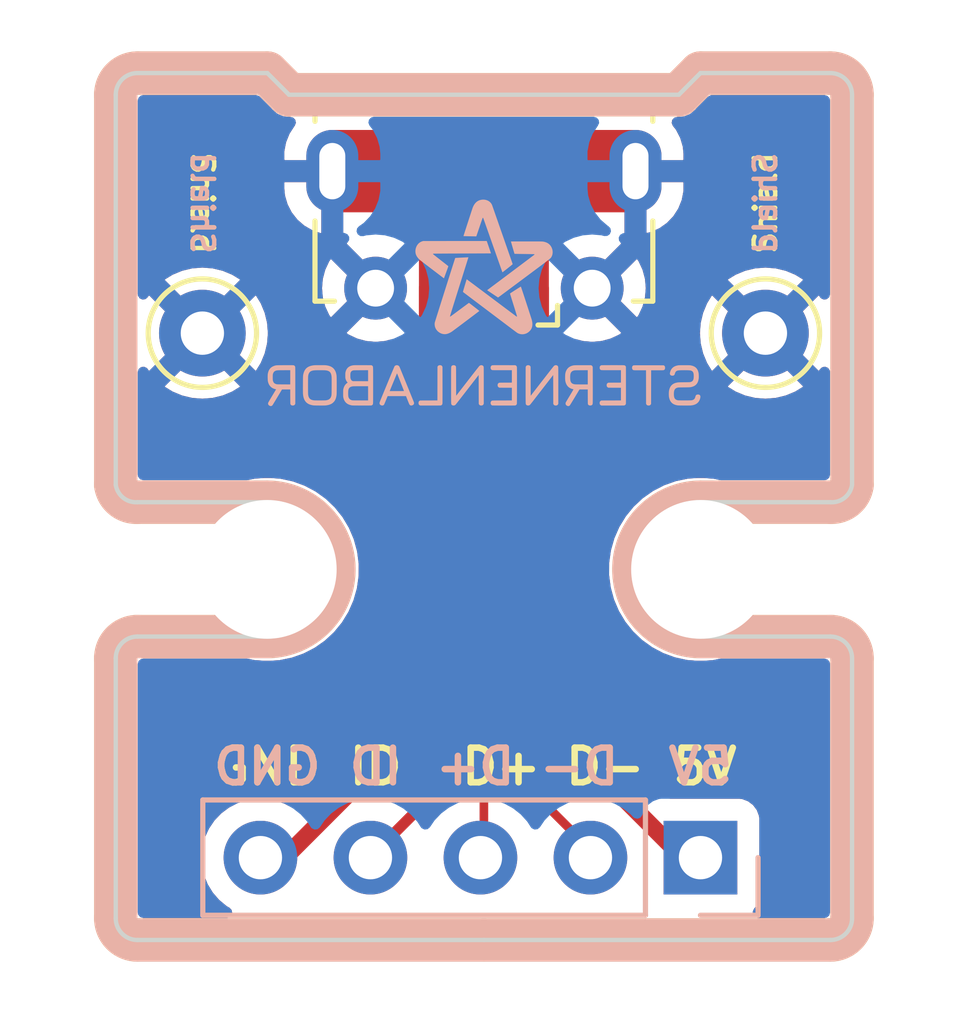
<source format=kicad_pcb>
(kicad_pcb (version 20211014) (generator pcbnew)
  (layers (0 "F.Cu" signal) (31 "B.Cu" signal) (34 "B.Paste" user) (35 "F.Paste" user) (36 "B.SilkS" user "B.Silkscreen") (37 "F.SilkS" user "F.Silkscreen") (38 "B.Mask" user) (39 "F.Mask" user) (44 "Edge.Cuts" user))
  (net 0 "")
  (net 1 "/5V")
  (net 2 "/D+")
  (net 3 "/D-")
  (net 4 "/ID")
  (net 5 "/GND")
  (net 6 "/Shield")
  (footprint "Connector_USB:USB_Micro-B_Molex-105017-0001" (layer "F.Cu") (at 145 97 180)
    (fp_text reference "J1" hide)
    (fp_text value "USB_B_Micro")
    (pad "1" smd rect (at -1.3 -1.4625 180) (size 0.4 1.35) (layers "F.Cu" "F.Paste" "F.Mask") (net 1 "/5V"))
    (pad "2" smd rect (at -0.65 -1.4625 180) (size 0.4 1.35) (layers "F.Cu" "F.Paste" "F.Mask") (net 3 "/D-"))
    (pad "3" smd rect (at 0 -1.4625 180) (size 0.4 1.35) (layers "F.Cu" "F.Paste" "F.Mask") (net 2 "/D+"))
    (pad "4" smd rect (at 0.65 -1.4625 180) (size 0.4 1.35) (layers "F.Cu" "F.Paste" "F.Mask") (net 4 "/ID"))
    (pad "5" smd rect (at 1.3 -1.4625 180) (size 0.4 1.35) (layers "F.Cu" "F.Paste" "F.Mask") (net 5 "/GND"))
    (pad "6" smd rect (at 2.9 1.2375 180) (size 1.2 1.9) (layers "F.Cu" "F.Mask") (net 6 "/Shield"))
    (pad "6" smd rect (at 1 1.2375 180) (size 1.5 1.9) (layers "F.Cu" "F.Paste" "F.Mask") (net 6 "/Shield"))
    (pad "6" smd rect (at -1 1.2375 180) (size 1.5 1.9) (layers "F.Cu" "F.Paste" "F.Mask") (net 6 "/Shield"))
    (pad "6" thru_hole oval (at -3.5 1.2375) (size 1.2 1.9) (drill oval 0.6 1.3) (layers *.Cu *.Mask) (net 6 "/Shield"))
    (pad "6" thru_hole oval (at 3.5 1.2375 180) (size 1.2 1.9) (drill oval 0.6 1.3) (layers *.Cu *.Mask) (net 6 "/Shield"))
    (pad "6" thru_hole circle (at -2.5 -1.4625 180) (size 1.45 1.45) (drill 0.85) (layers *.Cu *.Mask) (net 6 "/Shield"))
    (pad "6" smd rect (at -2.9 1.2375 180) (size 1.2 1.9) (layers "F.Cu" "F.Mask") (net 6 "/Shield"))
    (pad "6" thru_hole circle (at 2.5 -1.4625 180) (size 1.45 1.45) (drill 0.85) (layers *.Cu *.Mask) (net 6 "/Shield"))
  )
  (footprint "Connector_Pin:Pin_D1.0mm_L10.0mm" (layer "F.Cu") (at 138.5 99.5)
    (fp_text reference "J2" hide)
    (fp_text value "Conn_01x01")
    (pad "1" thru_hole circle (at 0 0) (size 2 2) (drill 1) (layers *.Cu *.Mask) (net 6 "/Shield"))
  )
  (footprint "MountingHole:MountingHole_3.2mm_M3" (layer "F.Cu") (at 140 104.95)
    (fp_text reference "H1" hide)
    (fp_text value "MountingHole")
    (pad "" np_thru_hole circle (at 0 0) (size 3.2 3.2) (drill 3.2) (layers *.Cu *.Mask))
  )
  (footprint "MountingHole:MountingHole_3.2mm_M3" (layer "F.Cu") (at 150 104.95)
    (fp_text reference "H2" hide)
    (fp_text value "MountingHole")
    (pad "" np_thru_hole circle (at 0 0) (size 3.2 3.2) (drill 3.2) (layers *.Cu *.Mask))
  )
  (footprint "Connector_Pin:Pin_D1.0mm_L10.0mm" (layer "F.Cu") (at 151.5 99.5)
    (fp_text reference "J3" hide)
    (fp_text value "Conn_01x01")
    (pad "1" thru_hole circle (at 0 0) (size 2 2) (drill 1) (layers *.Cu *.Mask) (net 6 "/Shield"))
  )
  (footprint "Connector_PinHeader_2.54mm:PinHeader_1x05_P2.54mm_Vertical" (layer "B.Cu") (at 150 111.6 90)
    (fp_text reference "J4" hide)
    (fp_text value "Conn_01x05_Male")
    (pad "1" thru_hole rect (at 0 0 90) (size 1.7 1.7) (drill 1) (layers *.Cu *.Mask) (net 1 "/5V"))
    (pad "2" thru_hole oval (at 0 -2.54 90) (size 1.7 1.7) (drill 1) (layers *.Cu *.Mask) (net 3 "/D-"))
    (pad "3" thru_hole oval (at 0 -5.08 90) (size 1.7 1.7) (drill 1) (layers *.Cu *.Mask) (net 2 "/D+"))
    (pad "4" thru_hole oval (at 0 -7.62 90) (size 1.7 1.7) (drill 1) (layers *.Cu *.Mask) (net 4 "/ID"))
    (pad "5" thru_hole oval (at 0 -10.16 90) (size 1.7 1.7) (drill 1) (layers *.Cu *.Mask) (net 5 "/GND"))
  )
  (footprint "Andre:Sternenlabor_Logo_10x4.8" (layer "B.Cu") (at 145 98.8 180)
    (fp_text reference "G***" hide)
    (fp_text value "LOGO" hide)
  )
  (gr_line (start 150 93.5) (end 153 93.5) (layer "B.SilkS") (width 1))
  (gr_arc (start 153.5 113) (mid 153.353553 113.353553) (end 153 113.5) (layer "B.SilkS") (width 1))
  (gr_line (start 136.5 107) (end 136.5 113) (layer "B.SilkS") (width 1))
  (gr_line (start 145 113.5) (end 153 113.5) (layer "B.SilkS") (width 1))
  (gr_arc (start 150 106.5) (mid 148.45 104.95) (end 150 103.4) (layer "B.SilkS") (width 1))
  (gr_arc (start 136.5 94) (mid 136.646447 93.646447) (end 137 93.5) (layer "B.SilkS") (width 1))
  (gr_line (start 149.5 94) (end 150 93.5) (layer "B.SilkS") (width 1))
  (gr_arc (start 153 106.5) (mid 153.353553 106.646447) (end 153.5 107) (layer "B.SilkS") (width 1))
  (gr_line (start 153.5 94) (end 153.5 103) (layer "B.SilkS") (width 1))
  (gr_arc (start 137 113.5) (mid 136.646447 113.353553) (end 136.5 113) (layer "B.SilkS") (width 1))
  (gr_arc (start 137 103.4) (mid 136.671722 103.297848) (end 136.5 103) (layer "B.SilkS") (width 1))
  (gr_line (start 137 103.4) (end 140 103.4) (layer "B.SilkS") (width 1))
  (gr_line (start 136.5 103) (end 136.5 94) (layer "B.SilkS") (width 1))
  (gr_line (start 140 93.5) (end 140.5 94) (layer "B.SilkS") (width 1))
  (gr_line (start 137 93.5) (end 140 93.5) (layer "B.SilkS") (width 1))
  (gr_arc (start 153.5 103) (mid 153.327776 103.29722) (end 153 103.4) (layer "B.SilkS") (width 1))
  (gr_line (start 137 113.5) (end 145 113.5) (layer "B.SilkS") (width 1))
  (gr_line (start 153 106.5) (end 150 106.5) (layer "B.SilkS") (width 1))
  (gr_line (start 153 103.4) (end 150 103.4) (layer "B.SilkS") (width 1))
  (gr_arc (start 140 103.4) (mid 141.55 104.95) (end 140 106.5) (layer "B.SilkS") (width 1))
  (gr_line (start 140.5 94) (end 149.5 94) (layer "B.SilkS") (width 1))
  (gr_line (start 137 106.5) (end 140 106.5) (layer "B.SilkS") (width 1))
  (gr_arc (start 136.5 107) (mid 136.646447 106.646447) (end 137 106.5) (layer "B.SilkS") (width 1))
  (gr_line (start 153.5 113) (end 153.5 107) (layer "B.SilkS") (width 1))
  (gr_arc (start 153 93.5) (mid 153.353553 93.646447) (end 153.5 94) (layer "B.SilkS") (width 1))
  (gr_line (start 149.5 94) (end 150 93.5) (layer "F.SilkS") (width 1))
  (gr_arc (start 153 93.5) (mid 153.353553 93.646447) (end 153.5 94) (layer "F.SilkS") (width 1))
  (gr_line (start 136.5 107) (end 136.5 113) (layer "F.SilkS") (width 1))
  (gr_line (start 150 106.5) (end 153 106.5) (layer "F.SilkS") (width 1))
  (gr_line (start 140.5 94) (end 149.5 94) (layer "F.SilkS") (width 1))
  (gr_arc (start 137 113.5) (mid 136.646447 113.353553) (end 136.5 113) (layer "F.SilkS") (width 1))
  (gr_line (start 140 106.5) (end 137 106.5) (layer "F.SilkS") (width 1))
  (gr_line (start 137 93.5) (end 140 93.5) (layer "F.SilkS") (width 1))
  (gr_arc (start 140 103.4) (mid 141.55 104.95) (end 140 106.5) (layer "F.SilkS") (width 1))
  (gr_line (start 150 103.4) (end 153 103.4) (layer "F.SilkS") (width 1))
  (gr_arc (start 153.5 113) (mid 153.353553 113.353553) (end 153 113.5) (layer "F.SilkS") (width 1))
  (gr_line (start 140 93.5) (end 140.5 94) (layer "F.SilkS") (width 1))
  (gr_line (start 137 113.5) (end 145 113.5) (layer "F.SilkS") (width 1))
  (gr_line (start 145 113.5) (end 153 113.5) (layer "F.SilkS") (width 1))
  (gr_line (start 153.5 94) (end 153.5 103) (layer "F.SilkS") (width 1))
  (gr_arc (start 153 106.5) (mid 153.353553 106.646447) (end 153.5 107) (layer "F.SilkS") (width 1))
  (gr_arc (start 136.5 107) (mid 136.646447 106.646447) (end 137 106.5) (layer "F.SilkS") (width 1))
  (gr_arc (start 150 106.5) (mid 148.45 104.95) (end 150 103.4) (layer "F.SilkS") (width 1))
  (gr_line (start 136.5 103) (end 136.5 94) (layer "F.SilkS") (width 1))
  (gr_arc (start 136.5 94) (mid 136.646447 93.646447) (end 137 93.5) (layer "F.SilkS") (width 1))
  (gr_line (start 153.5 113) (end 153.5 107) (layer "F.SilkS") (width 1))
  (gr_line (start 140 103.4) (end 137 103.4) (layer "F.SilkS") (width 1))
  (gr_line (start 150 93.5) (end 153 93.5) (layer "F.SilkS") (width 1))
  (gr_arc (start 153.5 103) (mid 153.328279 103.297848) (end 153 103.4) (layer "F.SilkS") (width 1))
  (gr_arc (start 137 103.4) (mid 136.672224 103.29722) (end 136.5 103) (layer "F.SilkS") (width 1))
  (gr_line (start 150 106.5) (end 153 106.5) (layer "Edge.Cuts") (width 0.1))
  (gr_arc (start 136.5 94) (mid 136.646447 93.646447) (end 137 93.5) (layer "Edge.Cuts") (width 0.1))
  (gr_line (start 150 103.4) (end 153 103.4) (layer "Edge.Cuts") (width 0.1))
  (gr_line (start 153.5 113) (end 153.5 107) (layer "Edge.Cuts") (width 0.1))
  (gr_arc (start 140 103.4) (mid 141.55 104.95) (end 140 106.5) (layer "Edge.Cuts") (width 0.1))
  (gr_line (start 149.5 94) (end 150 93.5) (layer "Edge.Cuts") (width 0.1))
  (gr_arc (start 137 113.5) (mid 136.646447 113.353553) (end 136.5 113) (layer "Edge.Cuts") (width 0.1))
  (gr_arc (start 136.5 107) (mid 136.646447 106.646447) (end 137 106.5) (layer "Edge.Cuts") (width 0.1))
  (gr_line (start 153.5 94) (end 153.5 103) (layer "Edge.Cuts") (width 0.1))
  (gr_line (start 136.5 103) (end 136.5 94) (layer "Edge.Cuts") (width 0.1))
  (gr_arc (start 153.5 113) (mid 153.353553 113.353553) (end 153 113.5) (layer "Edge.Cuts") (width 0.1))
  (gr_line (start 150 93.5) (end 153 93.5) (layer "Edge.Cuts") (width 0.1))
  (gr_line (start 136.5 107) (end 136.5 113) (layer "Edge.Cuts") (width 0.1))
  (gr_line (start 137 93.5) (end 140 93.5) (layer "Edge.Cuts") (width 0.1))
  (gr_line (start 140 106.5) (end 137 106.5) (layer "Edge.Cuts") (width 0.1))
  (gr_line (start 137 113.5) (end 145 113.5) (layer "Edge.Cuts") (width 0.1))
  (gr_line (start 140 93.5) (end 140.5 94) (layer "Edge.Cuts") (width 0.1))
  (gr_line (start 140 103.4) (end 137 103.4) (layer "Edge.Cuts") (width 0.1))
  (gr_line (start 145 113.5) (end 153 113.5) (layer "Edge.Cuts") (width 0.1))
  (gr_arc (start 153 93.5) (mid 153.353553 93.646447) (end 153.5 94) (layer "Edge.Cuts") (width 0.1))
  (gr_line (start 140.5 94) (end 149.5 94) (layer "Edge.Cuts") (width 0.1))
  (gr_arc (start 137 103.4) (mid 136.672262 103.297174) (end 136.5 103) (layer "Edge.Cuts") (width 0.1))
  (gr_arc (start 153.5 103) (mid 153.328245 103.297806) (end 153 103.4) (layer "Edge.Cuts") (width 0.1))
  (gr_arc (start 150 106.5) (mid 148.45 104.95) (end 150 103.4) (layer "Edge.Cuts") (width 0.1))
  (gr_arc (start 153 106.5) (mid 153.353553 106.646447) (end 153.5 107) (layer "Edge.Cuts") (width 0.1))
  (gr_text "GND" (at 140 109.5) (layer "B.SilkS") (effects (font (size 0.8 0.8)) (justify mirror)))
  (gr_text "ID" (at 142.5 109.5) (layer "B.SilkS") (effects (font (size 0.8 0.8)) (justify mirror)))
  (gr_text "5V" (at 150 109.5) (layer "B.SilkS") (effects (font (size 0.8 0.8)) (justify mirror)))
  (gr_text "D+" (at 144.8 109.5) (layer "B.SilkS") (effects (font (size 0.8 0.8)) (justify mirror)))
  (gr_text "Shield" (at 151.5 96.5 90) (layer "B.SilkS") (effects (font (size 0.5 0.5) (thickness 0.1)) (justify mirror)))
  (gr_text "D-" (at 147.2 109.5) (layer "B.SilkS") (effects (font (size 0.8 0.8)) (justify mirror)))
  (gr_text "Shield" (at 138.5 96.5 270) (layer "B.SilkS") (effects (font (size 0.5 0.5) (thickness 0.1)) (justify mirror)))
  (gr_text "Shield" (at 151.5 96.5 90) (layer "F.SilkS") (effects (font (size 0.5 0.5) (thickness 0.1))))
  (gr_text "ID" (at 142.5 109.5) (layer "F.SilkS") (effects (font (size 0.8 0.8))))
  (gr_text "5V" (at 150.1 109.5) (layer "F.SilkS") (effects (font (size 0.8 0.8))))
  (gr_text "GND" (at 140 109.5) (layer "F.SilkS") (effects (font (size 0.8 0.8))))
  (gr_text "Shield" (at 138.5 96.5 270) (layer "F.SilkS") (effects (font (size 0.5 0.5) (thickness 0.1))))
  (gr_text "D-" (at 147.8 109.5) (layer "F.SilkS") (effects (font (size 0.8 0.8))))
  (gr_text "D+" (at 145.4 109.5) (layer "F.SilkS") (effects (font (size 0.8 0.8))))
  (segment (start 149.5 111.5) (end 150.085 111.5) (width 0.4) (layer "F.Cu") (net 1))
  (segment (start 146.3 108.3) (end 149.5 111.5) (width 0.4) (layer "F.Cu") (net 1))
  (segment (start 146.3 98.4625) (end 146.3 108.3) (width 0.4) (layer "F.Cu") (net 1))
  (segment (start 145 98.4625) (end 145 111.495) (width 0.2) (layer "F.Cu") (net 2))
  (segment (start 145 111.495) (end 145.005 111.5) (width 0.2) (layer "F.Cu") (net 2))
  (segment (start 145.65 98.4625) (end 145.65 109.605) (width 0.2) (layer "F.Cu") (net 3))
  (segment (start 145.65 109.605) (end 147.545 111.5) (width 0.2) (layer "F.Cu") (net 3))
  (segment (start 144.35 98.4625) (end 144.35 109.615) (width 0.25) (layer "F.Cu") (net 4))
  (segment (start 144.35 109.615) (end 142.465 111.5) (width 0.25) (layer "F.Cu") (net 4))
  (segment (start 140.5 111.5) (end 139.925 111.5) (width 0.4) (layer "F.Cu") (net 5))
  (segment (start 143.7 98.4625) (end 143.7 108.3) (width 0.4) (layer "F.Cu") (net 5))
  (segment (start 143.7 108.3) (end 140.5 111.5) (width 0.4) (layer "F.Cu") (net 5))
  (segment (start 148.5 95.7625) (end 148.5 96.5) (width 0.4) (layer "F.Cu") (net 6))
  (segment (start 142.1 95.7625) (end 148.5 95.7625) (width 0.4) (layer "F.Cu") (net 6))
  (segment (start 141.5 95.7625) (end 141.5 96.5) (width 0.4) (layer "F.Cu") (net 6))
  (zone (net 6) (net_name "/Shield") (layer "F.Cu") (connect_pads (clearance 0.508)) (min_thickness 0.254) (fill yes (thermal_gap 0.508) (thermal_bridge_width 0.508))
    (polygon (pts (xy 153.6 113.6) (xy 136.4 113.6) (xy 136.6 93.6) (xy 153.6 93.6)))
  )
  (zone (net 6) (net_name "/Shield") (layer "B.Cu") (connect_pads (clearance 0.508)) (min_thickness 0.254) (fill yes (thermal_gap 0.508) (thermal_bridge_width 0.508))
    (polygon (pts (xy 153.6 113.6) (xy 136.4 113.6) (xy 136.6 93.6) (xy 153.6 93.6)))
  )
)
</source>
